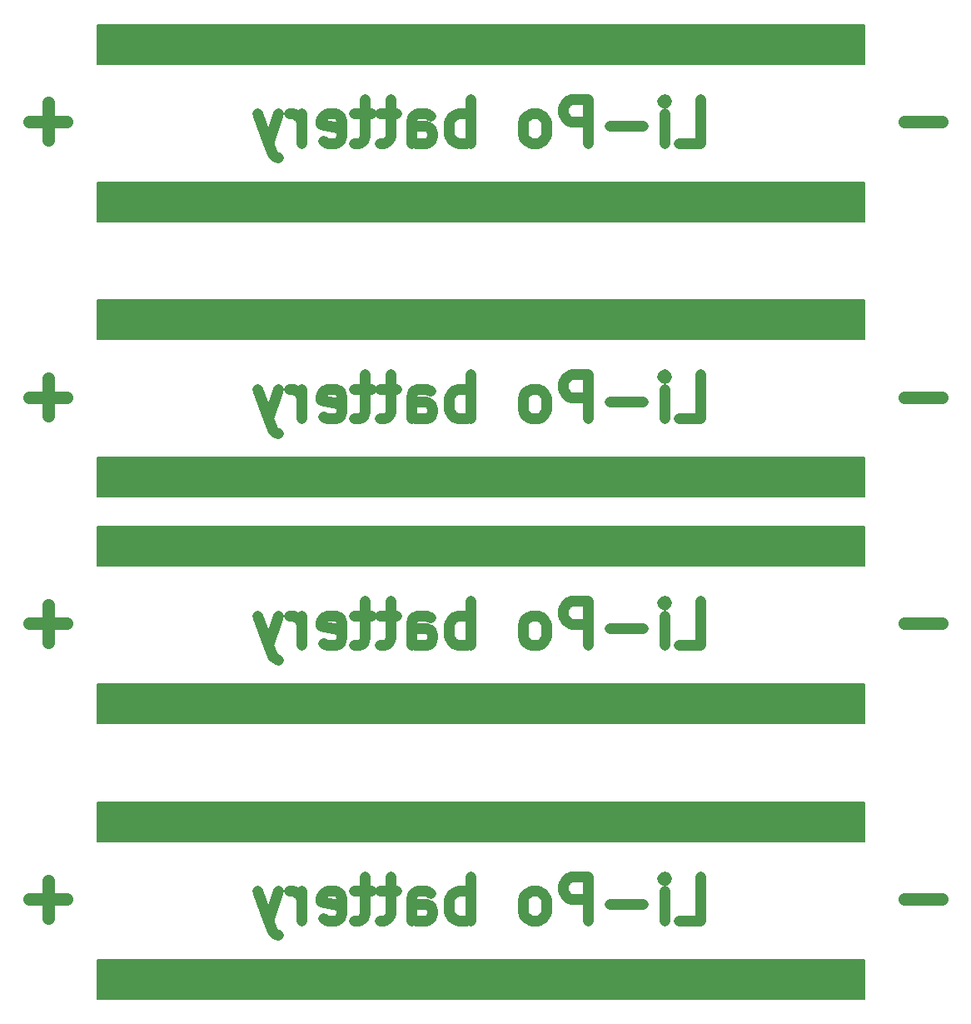
<source format=gbr>
G04 #@! TF.GenerationSoftware,KiCad,Pcbnew,5.0.2+dfsg1-1*
G04 #@! TF.CreationDate,2020-09-22T13:16:50+02:00*
G04 #@! TF.ProjectId,lipo_power,6c69706f-5f70-46f7-9765-722e6b696361,rev?*
G04 #@! TF.SameCoordinates,Original*
G04 #@! TF.FileFunction,Legend,Bot*
G04 #@! TF.FilePolarity,Positive*
%FSLAX46Y46*%
G04 Gerber Fmt 4.6, Leading zero omitted, Abs format (unit mm)*
G04 Created by KiCad (PCBNEW 5.0.2+dfsg1-1) date Tue 22 Sep 2020 01:16:50 PM CEST*
%MOMM*%
%LPD*%
G01*
G04 APERTURE LIST*
%ADD10C,0.150000*%
%ADD11C,1.250000*%
%ADD12C,1.125000*%
G04 APERTURE END LIST*
D10*
G04 #@! TO.C,U3*
G36*
X111000000Y-78000000D02*
X189000000Y-78000000D01*
X189000000Y-82000000D01*
X111000000Y-82000000D01*
X111000000Y-78000000D01*
G37*
X111000000Y-78000000D02*
X189000000Y-78000000D01*
X189000000Y-82000000D01*
X111000000Y-82000000D01*
X111000000Y-78000000D01*
G36*
X111000000Y-94000000D02*
X189000000Y-94000000D01*
X189000000Y-98000000D01*
X111000000Y-98000000D01*
X111000000Y-94000000D01*
G37*
X111000000Y-94000000D02*
X189000000Y-94000000D01*
X189000000Y-98000000D01*
X111000000Y-98000000D01*
X111000000Y-94000000D01*
G04 #@! TO.C,U2*
G36*
X111000000Y-50000000D02*
X189000000Y-50000000D01*
X189000000Y-54000000D01*
X111000000Y-54000000D01*
X111000000Y-50000000D01*
G37*
X111000000Y-50000000D02*
X189000000Y-50000000D01*
X189000000Y-54000000D01*
X111000000Y-54000000D01*
X111000000Y-50000000D01*
G36*
X111000000Y-66000000D02*
X189000000Y-66000000D01*
X189000000Y-70000000D01*
X111000000Y-70000000D01*
X111000000Y-66000000D01*
G37*
X111000000Y-66000000D02*
X189000000Y-66000000D01*
X189000000Y-70000000D01*
X111000000Y-70000000D01*
X111000000Y-66000000D01*
G36*
X111000000Y-117000000D02*
X189000000Y-117000000D01*
X189000000Y-121000000D01*
X111000000Y-121000000D01*
X111000000Y-117000000D01*
G37*
X111000000Y-117000000D02*
X189000000Y-117000000D01*
X189000000Y-121000000D01*
X111000000Y-121000000D01*
X111000000Y-117000000D01*
G36*
X111000000Y-101000000D02*
X189000000Y-101000000D01*
X189000000Y-105000000D01*
X111000000Y-105000000D01*
X111000000Y-101000000D01*
G37*
X111000000Y-101000000D02*
X189000000Y-101000000D01*
X189000000Y-105000000D01*
X111000000Y-105000000D01*
X111000000Y-101000000D01*
G04 #@! TO.C,U3*
G36*
X111000000Y-145000000D02*
X189000000Y-145000000D01*
X189000000Y-149000000D01*
X111000000Y-149000000D01*
X111000000Y-145000000D01*
G37*
X111000000Y-145000000D02*
X189000000Y-145000000D01*
X189000000Y-149000000D01*
X111000000Y-149000000D01*
X111000000Y-145000000D01*
G36*
X111000000Y-129000000D02*
X189000000Y-129000000D01*
X189000000Y-133000000D01*
X111000000Y-133000000D01*
X111000000Y-129000000D01*
G37*
X111000000Y-129000000D02*
X189000000Y-129000000D01*
X189000000Y-133000000D01*
X111000000Y-133000000D01*
X111000000Y-129000000D01*
D11*
X107904761Y-87857142D02*
X104095238Y-87857142D01*
X106000000Y-89761904D02*
X106000000Y-85952380D01*
X196904761Y-87857142D02*
X193095238Y-87857142D01*
D12*
X170142857Y-90035714D02*
X172285714Y-90035714D01*
X172285714Y-85535714D01*
X168642857Y-90035714D02*
X168642857Y-87035714D01*
X168642857Y-85535714D02*
X168857142Y-85750000D01*
X168642857Y-85964285D01*
X168428571Y-85750000D01*
X168642857Y-85535714D01*
X168642857Y-85964285D01*
X166500000Y-88321428D02*
X163071428Y-88321428D01*
X160928571Y-90035714D02*
X160928571Y-85535714D01*
X159214285Y-85535714D01*
X158785714Y-85750000D01*
X158571428Y-85964285D01*
X158357142Y-86392857D01*
X158357142Y-87035714D01*
X158571428Y-87464285D01*
X158785714Y-87678571D01*
X159214285Y-87892857D01*
X160928571Y-87892857D01*
X155785714Y-90035714D02*
X156214285Y-89821428D01*
X156428571Y-89607142D01*
X156642857Y-89178571D01*
X156642857Y-87892857D01*
X156428571Y-87464285D01*
X156214285Y-87250000D01*
X155785714Y-87035714D01*
X155142857Y-87035714D01*
X154714285Y-87250000D01*
X154500000Y-87464285D01*
X154285714Y-87892857D01*
X154285714Y-89178571D01*
X154500000Y-89607142D01*
X154714285Y-89821428D01*
X155142857Y-90035714D01*
X155785714Y-90035714D01*
X148928571Y-90035714D02*
X148928571Y-85535714D01*
X148928571Y-87250000D02*
X148500000Y-87035714D01*
X147642857Y-87035714D01*
X147214285Y-87250000D01*
X147000000Y-87464285D01*
X146785714Y-87892857D01*
X146785714Y-89178571D01*
X147000000Y-89607142D01*
X147214285Y-89821428D01*
X147642857Y-90035714D01*
X148500000Y-90035714D01*
X148928571Y-89821428D01*
X142928571Y-90035714D02*
X142928571Y-87678571D01*
X143142857Y-87250000D01*
X143571428Y-87035714D01*
X144428571Y-87035714D01*
X144857142Y-87250000D01*
X142928571Y-89821428D02*
X143357142Y-90035714D01*
X144428571Y-90035714D01*
X144857142Y-89821428D01*
X145071428Y-89392857D01*
X145071428Y-88964285D01*
X144857142Y-88535714D01*
X144428571Y-88321428D01*
X143357142Y-88321428D01*
X142928571Y-88107142D01*
X141428571Y-87035714D02*
X139714285Y-87035714D01*
X140785714Y-85535714D02*
X140785714Y-89392857D01*
X140571428Y-89821428D01*
X140142857Y-90035714D01*
X139714285Y-90035714D01*
X138857142Y-87035714D02*
X137142857Y-87035714D01*
X138214285Y-85535714D02*
X138214285Y-89392857D01*
X138000000Y-89821428D01*
X137571428Y-90035714D01*
X137142857Y-90035714D01*
X133928571Y-89821428D02*
X134357142Y-90035714D01*
X135214285Y-90035714D01*
X135642857Y-89821428D01*
X135857142Y-89392857D01*
X135857142Y-87678571D01*
X135642857Y-87250000D01*
X135214285Y-87035714D01*
X134357142Y-87035714D01*
X133928571Y-87250000D01*
X133714285Y-87678571D01*
X133714285Y-88107142D01*
X135857142Y-88535714D01*
X131785714Y-90035714D02*
X131785714Y-87035714D01*
X131785714Y-87892857D02*
X131571428Y-87464285D01*
X131357142Y-87250000D01*
X130928571Y-87035714D01*
X130500000Y-87035714D01*
X129428571Y-87035714D02*
X128357142Y-90035714D01*
X127285714Y-87035714D02*
X128357142Y-90035714D01*
X128785714Y-91107142D01*
X129000000Y-91321428D01*
X129428571Y-91535714D01*
G04 #@! TO.C,U2*
D11*
X107904761Y-59857142D02*
X104095238Y-59857142D01*
X106000000Y-61761904D02*
X106000000Y-57952380D01*
X196904761Y-59857142D02*
X193095238Y-59857142D01*
D12*
X170142857Y-62035714D02*
X172285714Y-62035714D01*
X172285714Y-57535714D01*
X168642857Y-62035714D02*
X168642857Y-59035714D01*
X168642857Y-57535714D02*
X168857142Y-57750000D01*
X168642857Y-57964285D01*
X168428571Y-57750000D01*
X168642857Y-57535714D01*
X168642857Y-57964285D01*
X166500000Y-60321428D02*
X163071428Y-60321428D01*
X160928571Y-62035714D02*
X160928571Y-57535714D01*
X159214285Y-57535714D01*
X158785714Y-57750000D01*
X158571428Y-57964285D01*
X158357142Y-58392857D01*
X158357142Y-59035714D01*
X158571428Y-59464285D01*
X158785714Y-59678571D01*
X159214285Y-59892857D01*
X160928571Y-59892857D01*
X155785714Y-62035714D02*
X156214285Y-61821428D01*
X156428571Y-61607142D01*
X156642857Y-61178571D01*
X156642857Y-59892857D01*
X156428571Y-59464285D01*
X156214285Y-59250000D01*
X155785714Y-59035714D01*
X155142857Y-59035714D01*
X154714285Y-59250000D01*
X154500000Y-59464285D01*
X154285714Y-59892857D01*
X154285714Y-61178571D01*
X154500000Y-61607142D01*
X154714285Y-61821428D01*
X155142857Y-62035714D01*
X155785714Y-62035714D01*
X148928571Y-62035714D02*
X148928571Y-57535714D01*
X148928571Y-59250000D02*
X148500000Y-59035714D01*
X147642857Y-59035714D01*
X147214285Y-59250000D01*
X147000000Y-59464285D01*
X146785714Y-59892857D01*
X146785714Y-61178571D01*
X147000000Y-61607142D01*
X147214285Y-61821428D01*
X147642857Y-62035714D01*
X148500000Y-62035714D01*
X148928571Y-61821428D01*
X142928571Y-62035714D02*
X142928571Y-59678571D01*
X143142857Y-59250000D01*
X143571428Y-59035714D01*
X144428571Y-59035714D01*
X144857142Y-59250000D01*
X142928571Y-61821428D02*
X143357142Y-62035714D01*
X144428571Y-62035714D01*
X144857142Y-61821428D01*
X145071428Y-61392857D01*
X145071428Y-60964285D01*
X144857142Y-60535714D01*
X144428571Y-60321428D01*
X143357142Y-60321428D01*
X142928571Y-60107142D01*
X141428571Y-59035714D02*
X139714285Y-59035714D01*
X140785714Y-57535714D02*
X140785714Y-61392857D01*
X140571428Y-61821428D01*
X140142857Y-62035714D01*
X139714285Y-62035714D01*
X138857142Y-59035714D02*
X137142857Y-59035714D01*
X138214285Y-57535714D02*
X138214285Y-61392857D01*
X138000000Y-61821428D01*
X137571428Y-62035714D01*
X137142857Y-62035714D01*
X133928571Y-61821428D02*
X134357142Y-62035714D01*
X135214285Y-62035714D01*
X135642857Y-61821428D01*
X135857142Y-61392857D01*
X135857142Y-59678571D01*
X135642857Y-59250000D01*
X135214285Y-59035714D01*
X134357142Y-59035714D01*
X133928571Y-59250000D01*
X133714285Y-59678571D01*
X133714285Y-60107142D01*
X135857142Y-60535714D01*
X131785714Y-62035714D02*
X131785714Y-59035714D01*
X131785714Y-59892857D02*
X131571428Y-59464285D01*
X131357142Y-59250000D01*
X130928571Y-59035714D01*
X130500000Y-59035714D01*
X129428571Y-59035714D02*
X128357142Y-62035714D01*
X127285714Y-59035714D02*
X128357142Y-62035714D01*
X128785714Y-63107142D01*
X129000000Y-63321428D01*
X129428571Y-63535714D01*
X170142857Y-113035714D02*
X172285714Y-113035714D01*
X172285714Y-108535714D01*
X168642857Y-113035714D02*
X168642857Y-110035714D01*
X168642857Y-108535714D02*
X168857142Y-108750000D01*
X168642857Y-108964285D01*
X168428571Y-108750000D01*
X168642857Y-108535714D01*
X168642857Y-108964285D01*
X166500000Y-111321428D02*
X163071428Y-111321428D01*
X160928571Y-113035714D02*
X160928571Y-108535714D01*
X159214285Y-108535714D01*
X158785714Y-108750000D01*
X158571428Y-108964285D01*
X158357142Y-109392857D01*
X158357142Y-110035714D01*
X158571428Y-110464285D01*
X158785714Y-110678571D01*
X159214285Y-110892857D01*
X160928571Y-110892857D01*
X155785714Y-113035714D02*
X156214285Y-112821428D01*
X156428571Y-112607142D01*
X156642857Y-112178571D01*
X156642857Y-110892857D01*
X156428571Y-110464285D01*
X156214285Y-110250000D01*
X155785714Y-110035714D01*
X155142857Y-110035714D01*
X154714285Y-110250000D01*
X154500000Y-110464285D01*
X154285714Y-110892857D01*
X154285714Y-112178571D01*
X154500000Y-112607142D01*
X154714285Y-112821428D01*
X155142857Y-113035714D01*
X155785714Y-113035714D01*
X148928571Y-113035714D02*
X148928571Y-108535714D01*
X148928571Y-110250000D02*
X148500000Y-110035714D01*
X147642857Y-110035714D01*
X147214285Y-110250000D01*
X147000000Y-110464285D01*
X146785714Y-110892857D01*
X146785714Y-112178571D01*
X147000000Y-112607142D01*
X147214285Y-112821428D01*
X147642857Y-113035714D01*
X148500000Y-113035714D01*
X148928571Y-112821428D01*
X142928571Y-113035714D02*
X142928571Y-110678571D01*
X143142857Y-110250000D01*
X143571428Y-110035714D01*
X144428571Y-110035714D01*
X144857142Y-110250000D01*
X142928571Y-112821428D02*
X143357142Y-113035714D01*
X144428571Y-113035714D01*
X144857142Y-112821428D01*
X145071428Y-112392857D01*
X145071428Y-111964285D01*
X144857142Y-111535714D01*
X144428571Y-111321428D01*
X143357142Y-111321428D01*
X142928571Y-111107142D01*
X141428571Y-110035714D02*
X139714285Y-110035714D01*
X140785714Y-108535714D02*
X140785714Y-112392857D01*
X140571428Y-112821428D01*
X140142857Y-113035714D01*
X139714285Y-113035714D01*
X138857142Y-110035714D02*
X137142857Y-110035714D01*
X138214285Y-108535714D02*
X138214285Y-112392857D01*
X138000000Y-112821428D01*
X137571428Y-113035714D01*
X137142857Y-113035714D01*
X133928571Y-112821428D02*
X134357142Y-113035714D01*
X135214285Y-113035714D01*
X135642857Y-112821428D01*
X135857142Y-112392857D01*
X135857142Y-110678571D01*
X135642857Y-110250000D01*
X135214285Y-110035714D01*
X134357142Y-110035714D01*
X133928571Y-110250000D01*
X133714285Y-110678571D01*
X133714285Y-111107142D01*
X135857142Y-111535714D01*
X131785714Y-113035714D02*
X131785714Y-110035714D01*
X131785714Y-110892857D02*
X131571428Y-110464285D01*
X131357142Y-110250000D01*
X130928571Y-110035714D01*
X130500000Y-110035714D01*
X129428571Y-110035714D02*
X128357142Y-113035714D01*
X127285714Y-110035714D02*
X128357142Y-113035714D01*
X128785714Y-114107142D01*
X129000000Y-114321428D01*
X129428571Y-114535714D01*
D11*
X196904761Y-110857142D02*
X193095238Y-110857142D01*
X107904761Y-110857142D02*
X104095238Y-110857142D01*
X106000000Y-112761904D02*
X106000000Y-108952380D01*
G04 #@! TO.C,U3*
D12*
X170142857Y-141035714D02*
X172285714Y-141035714D01*
X172285714Y-136535714D01*
X168642857Y-141035714D02*
X168642857Y-138035714D01*
X168642857Y-136535714D02*
X168857142Y-136750000D01*
X168642857Y-136964285D01*
X168428571Y-136750000D01*
X168642857Y-136535714D01*
X168642857Y-136964285D01*
X166500000Y-139321428D02*
X163071428Y-139321428D01*
X160928571Y-141035714D02*
X160928571Y-136535714D01*
X159214285Y-136535714D01*
X158785714Y-136750000D01*
X158571428Y-136964285D01*
X158357142Y-137392857D01*
X158357142Y-138035714D01*
X158571428Y-138464285D01*
X158785714Y-138678571D01*
X159214285Y-138892857D01*
X160928571Y-138892857D01*
X155785714Y-141035714D02*
X156214285Y-140821428D01*
X156428571Y-140607142D01*
X156642857Y-140178571D01*
X156642857Y-138892857D01*
X156428571Y-138464285D01*
X156214285Y-138250000D01*
X155785714Y-138035714D01*
X155142857Y-138035714D01*
X154714285Y-138250000D01*
X154500000Y-138464285D01*
X154285714Y-138892857D01*
X154285714Y-140178571D01*
X154500000Y-140607142D01*
X154714285Y-140821428D01*
X155142857Y-141035714D01*
X155785714Y-141035714D01*
X148928571Y-141035714D02*
X148928571Y-136535714D01*
X148928571Y-138250000D02*
X148500000Y-138035714D01*
X147642857Y-138035714D01*
X147214285Y-138250000D01*
X147000000Y-138464285D01*
X146785714Y-138892857D01*
X146785714Y-140178571D01*
X147000000Y-140607142D01*
X147214285Y-140821428D01*
X147642857Y-141035714D01*
X148500000Y-141035714D01*
X148928571Y-140821428D01*
X142928571Y-141035714D02*
X142928571Y-138678571D01*
X143142857Y-138250000D01*
X143571428Y-138035714D01*
X144428571Y-138035714D01*
X144857142Y-138250000D01*
X142928571Y-140821428D02*
X143357142Y-141035714D01*
X144428571Y-141035714D01*
X144857142Y-140821428D01*
X145071428Y-140392857D01*
X145071428Y-139964285D01*
X144857142Y-139535714D01*
X144428571Y-139321428D01*
X143357142Y-139321428D01*
X142928571Y-139107142D01*
X141428571Y-138035714D02*
X139714285Y-138035714D01*
X140785714Y-136535714D02*
X140785714Y-140392857D01*
X140571428Y-140821428D01*
X140142857Y-141035714D01*
X139714285Y-141035714D01*
X138857142Y-138035714D02*
X137142857Y-138035714D01*
X138214285Y-136535714D02*
X138214285Y-140392857D01*
X138000000Y-140821428D01*
X137571428Y-141035714D01*
X137142857Y-141035714D01*
X133928571Y-140821428D02*
X134357142Y-141035714D01*
X135214285Y-141035714D01*
X135642857Y-140821428D01*
X135857142Y-140392857D01*
X135857142Y-138678571D01*
X135642857Y-138250000D01*
X135214285Y-138035714D01*
X134357142Y-138035714D01*
X133928571Y-138250000D01*
X133714285Y-138678571D01*
X133714285Y-139107142D01*
X135857142Y-139535714D01*
X131785714Y-141035714D02*
X131785714Y-138035714D01*
X131785714Y-138892857D02*
X131571428Y-138464285D01*
X131357142Y-138250000D01*
X130928571Y-138035714D01*
X130500000Y-138035714D01*
X129428571Y-138035714D02*
X128357142Y-141035714D01*
X127285714Y-138035714D02*
X128357142Y-141035714D01*
X128785714Y-142107142D01*
X129000000Y-142321428D01*
X129428571Y-142535714D01*
D11*
X196904761Y-138857142D02*
X193095238Y-138857142D01*
X107904761Y-138857142D02*
X104095238Y-138857142D01*
X106000000Y-140761904D02*
X106000000Y-136952380D01*
G04 #@! TD*
M02*

</source>
